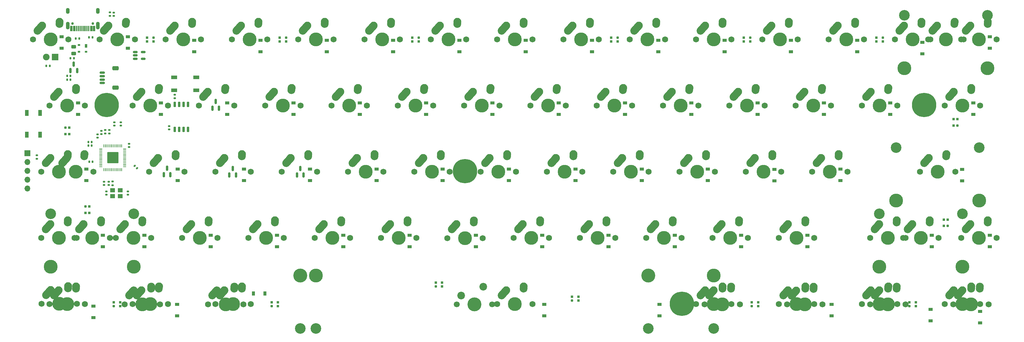
<source format=gbs>
%TF.GenerationSoftware,KiCad,Pcbnew,7.0.9-7.0.9~ubuntu22.04.1*%
%TF.CreationDate,2023-11-09T12:16:25-08:00*%
%TF.ProjectId,SST60,53535436-302e-46b6-9963-61645f706362,0.1*%
%TF.SameCoordinates,Original*%
%TF.FileFunction,Soldermask,Bot*%
%TF.FilePolarity,Negative*%
%FSLAX46Y46*%
G04 Gerber Fmt 4.6, Leading zero omitted, Abs format (unit mm)*
G04 Created by KiCad (PCBNEW 7.0.9-7.0.9~ubuntu22.04.1) date 2023-11-09 12:16:25*
%MOMM*%
%LPD*%
G01*
G04 APERTURE LIST*
G04 Aperture macros list*
%AMRoundRect*
0 Rectangle with rounded corners*
0 $1 Rounding radius*
0 $2 $3 $4 $5 $6 $7 $8 $9 X,Y pos of 4 corners*
0 Add a 4 corners polygon primitive as box body*
4,1,4,$2,$3,$4,$5,$6,$7,$8,$9,$2,$3,0*
0 Add four circle primitives for the rounded corners*
1,1,$1+$1,$2,$3*
1,1,$1+$1,$4,$5*
1,1,$1+$1,$6,$7*
1,1,$1+$1,$8,$9*
0 Add four rect primitives between the rounded corners*
20,1,$1+$1,$2,$3,$4,$5,0*
20,1,$1+$1,$4,$5,$6,$7,0*
20,1,$1+$1,$6,$7,$8,$9,0*
20,1,$1+$1,$8,$9,$2,$3,0*%
%AMHorizOval*
0 Thick line with rounded ends*
0 $1 width*
0 $2 $3 position (X,Y) of the first rounded end (center of the circle)*
0 $4 $5 position (X,Y) of the second rounded end (center of the circle)*
0 Add line between two ends*
20,1,$1,$2,$3,$4,$5,0*
0 Add two circle primitives to create the rounded ends*
1,1,$1,$2,$3*
1,1,$1,$4,$5*%
G04 Aperture macros list end*
%ADD10C,1.750000*%
%ADD11C,3.987800*%
%ADD12HorizOval,2.250000X0.655008X0.729993X-0.655008X-0.729993X0*%
%ADD13C,2.250000*%
%ADD14HorizOval,2.250000X0.020004X0.290000X-0.020004X-0.290000X0*%
%ADD15HorizOval,2.250000X0.655001X0.730000X-0.655001X-0.730000X0*%
%ADD16HorizOval,2.250000X0.020000X0.290000X-0.020000X-0.290000X0*%
%ADD17C,4.000000*%
%ADD18C,3.050000*%
%ADD19C,1.700000*%
%ADD20C,2.200000*%
%ADD21C,1.000000*%
%ADD22C,7.001300*%
%ADD23C,7.000240*%
%ADD24C,3.048000*%
%ADD25C,1.905000*%
%ADD26R,1.905000X1.905000*%
%ADD27R,0.700000X1.000000*%
%ADD28R,0.700000X0.600000*%
%ADD29R,1.000000X1.700000*%
%ADD30R,1.200000X0.900000*%
%ADD31RoundRect,0.140000X-0.170000X0.140000X-0.170000X-0.140000X0.170000X-0.140000X0.170000X0.140000X0*%
%ADD32RoundRect,0.175000X0.175000X0.175000X-0.175000X0.175000X-0.175000X-0.175000X0.175000X-0.175000X0*%
%ADD33R,0.700000X0.700000*%
%ADD34R,0.900000X1.200000*%
%ADD35RoundRect,0.175000X-0.175000X-0.175000X0.175000X-0.175000X0.175000X0.175000X-0.175000X0.175000X0*%
%ADD36RoundRect,0.140000X0.170000X-0.140000X0.170000X0.140000X-0.170000X0.140000X-0.170000X-0.140000X0*%
%ADD37RoundRect,0.140000X0.140000X0.170000X-0.140000X0.170000X-0.140000X-0.170000X0.140000X-0.170000X0*%
%ADD38RoundRect,0.150000X0.150000X-0.587500X0.150000X0.587500X-0.150000X0.587500X-0.150000X-0.587500X0*%
%ADD39RoundRect,0.175000X-0.175000X0.175000X-0.175000X-0.175000X0.175000X-0.175000X0.175000X0.175000X0*%
%ADD40RoundRect,0.135000X0.185000X-0.135000X0.185000X0.135000X-0.185000X0.135000X-0.185000X-0.135000X0*%
%ADD41RoundRect,0.135000X0.135000X0.185000X-0.135000X0.185000X-0.135000X-0.185000X0.135000X-0.185000X0*%
%ADD42C,0.750000*%
%ADD43RoundRect,0.050000X-0.300000X-0.725000X0.300000X-0.725000X0.300000X0.725000X-0.300000X0.725000X0*%
%ADD44RoundRect,0.050000X-0.150000X-0.725000X0.150000X-0.725000X0.150000X0.725000X-0.150000X0.725000X0*%
%ADD45O,1.100000X1.700000*%
%ADD46O,1.100000X2.200000*%
%ADD47RoundRect,0.050000X0.387500X0.050000X-0.387500X0.050000X-0.387500X-0.050000X0.387500X-0.050000X0*%
%ADD48RoundRect,0.050000X0.050000X0.387500X-0.050000X0.387500X-0.050000X-0.387500X0.050000X-0.387500X0*%
%ADD49RoundRect,0.144000X1.456000X1.456000X-1.456000X1.456000X-1.456000X-1.456000X1.456000X-1.456000X0*%
%ADD50R,1.700000X1.700000*%
%ADD51O,1.700000X1.700000*%
%ADD52RoundRect,0.135000X-0.185000X0.135000X-0.185000X-0.135000X0.185000X-0.135000X0.185000X0.135000X0*%
%ADD53R,1.700000X1.000000*%
%ADD54RoundRect,0.150000X-0.625000X0.150000X-0.625000X-0.150000X0.625000X-0.150000X0.625000X0.150000X0*%
%ADD55RoundRect,0.250000X-0.650000X0.350000X-0.650000X-0.350000X0.650000X-0.350000X0.650000X0.350000X0*%
%ADD56RoundRect,0.135000X-0.135000X-0.185000X0.135000X-0.185000X0.135000X0.185000X-0.135000X0.185000X0*%
%ADD57RoundRect,0.175000X0.175000X-0.175000X0.175000X0.175000X-0.175000X0.175000X-0.175000X-0.175000X0*%
%ADD58R,1.400000X1.200000*%
%ADD59RoundRect,0.150000X-0.512500X-0.150000X0.512500X-0.150000X0.512500X0.150000X-0.512500X0.150000X0*%
%ADD60RoundRect,0.150000X-0.150000X0.650000X-0.150000X-0.650000X0.150000X-0.650000X0.150000X0.650000X0*%
%ADD61RoundRect,0.243750X-0.456250X0.243750X-0.456250X-0.243750X0.456250X-0.243750X0.456250X0.243750X0*%
%ADD62RoundRect,0.140000X-0.219203X-0.021213X-0.021213X-0.219203X0.219203X0.021213X0.021213X0.219203X0*%
G04 APERTURE END LIST*
D10*
%TO.C,1.25U*%
X300620000Y-125430000D03*
D11*
X305700000Y-125430000D03*
D10*
X310780000Y-125430000D03*
D12*
X302545008Y-122160007D03*
D13*
X303200000Y-121430000D03*
D14*
X308220004Y-120640000D03*
D13*
X308240000Y-120350000D03*
%TD*%
D10*
%TO.C,1.25U*%
X276720000Y-125430000D03*
D11*
X281800000Y-125430000D03*
D10*
X286880000Y-125430000D03*
D12*
X278645008Y-122160007D03*
D13*
X279300000Y-121430000D03*
D14*
X284320004Y-120640000D03*
D13*
X284340000Y-120350000D03*
%TD*%
D10*
%TO.C,1.25U*%
X252880000Y-125490000D03*
D11*
X257960000Y-125490000D03*
D10*
X263040000Y-125490000D03*
D12*
X254805008Y-122220007D03*
D13*
X255460000Y-121490000D03*
D14*
X260480004Y-120700000D03*
D13*
X260500000Y-120410000D03*
%TD*%
D10*
%TO.C,1.25U*%
X229160000Y-125430000D03*
D11*
X234240000Y-125430000D03*
D10*
X239320000Y-125430000D03*
D12*
X231085008Y-122160007D03*
D13*
X231740000Y-121430000D03*
D14*
X236760004Y-120640000D03*
D13*
X236780000Y-120350000D03*
%TD*%
D10*
%TO.C,Small Split*%
X226695000Y-125412500D03*
D11*
X231775000Y-125412500D03*
D10*
X236855000Y-125412500D03*
D15*
X228620001Y-122142500D03*
D13*
X229275000Y-121412500D03*
D16*
X234295000Y-120622500D03*
D13*
X234315000Y-120332500D03*
%TD*%
D10*
%TO.C,N*%
X174307500Y-106362500D03*
D11*
X179387500Y-106362500D03*
D10*
X184467500Y-106362500D03*
D15*
X176232501Y-103092500D03*
D13*
X176887500Y-102362500D03*
D16*
X181907500Y-101572500D03*
D13*
X181927500Y-101282500D03*
%TD*%
D17*
%TO.C,REF\u002A\u002A*%
X112990000Y-117190000D03*
D18*
X212990000Y-132430000D03*
D19*
X157910000Y-125430000D03*
D17*
X212990000Y-117190000D03*
D18*
X112990000Y-132430000D03*
D17*
X162990000Y-125430000D03*
D19*
X168070000Y-125430000D03*
D20*
X165530000Y-120350000D03*
X159180000Y-122890000D03*
%TD*%
D10*
%TO.C,1.25U*%
X86430000Y-125450000D03*
D11*
X91510000Y-125450000D03*
D10*
X96590000Y-125450000D03*
D12*
X88355008Y-122180007D03*
D13*
X89010000Y-121450000D03*
D14*
X94030004Y-120660000D03*
D13*
X94050000Y-120370000D03*
%TD*%
D10*
%TO.C,1.25U*%
X62510000Y-125450000D03*
D11*
X67590000Y-125450000D03*
D10*
X72670000Y-125450000D03*
D12*
X64435008Y-122180007D03*
D13*
X65090000Y-121450000D03*
D14*
X70110004Y-120660000D03*
D13*
X70130000Y-120370000D03*
%TD*%
D10*
%TO.C,1.25U*%
X38670000Y-125330000D03*
D11*
X43750000Y-125330000D03*
D10*
X48830000Y-125330000D03*
D12*
X40595008Y-122060007D03*
D13*
X41250000Y-121330000D03*
D14*
X46270004Y-120540000D03*
D13*
X46290000Y-120250000D03*
%TD*%
D10*
%TO.C,2*%
X155240000Y-106380000D03*
D11*
X160320000Y-106380000D03*
D10*
X165400000Y-106380000D03*
D15*
X157165001Y-103110000D03*
D13*
X157820000Y-102380000D03*
D16*
X162840000Y-101590000D03*
D13*
X162860000Y-101300000D03*
%TD*%
D10*
%TO.C,2*%
X55270000Y-49190000D03*
D11*
X60350000Y-49190000D03*
D10*
X65430000Y-49190000D03*
D15*
X57195001Y-45920000D03*
D13*
X57850000Y-45190000D03*
D16*
X62870000Y-44400000D03*
D13*
X62890000Y-44110000D03*
%TD*%
D10*
%TO.C,1.50u*%
X40957500Y-125412500D03*
D11*
X46037500Y-125412500D03*
D10*
X51117500Y-125412500D03*
D15*
X42882501Y-122142500D03*
D13*
X43537500Y-121412500D03*
D16*
X48557500Y-120622500D03*
D13*
X48577500Y-120332500D03*
%TD*%
D10*
%TO.C,T*%
X140970000Y-68262500D03*
D11*
X146050000Y-68262500D03*
D10*
X151130000Y-68262500D03*
D15*
X142895001Y-64992500D03*
D13*
X143550000Y-64262500D03*
D16*
X148570000Y-63472500D03*
D13*
X148590000Y-63182500D03*
%TD*%
D10*
%TO.C,Tab*%
X40957500Y-68262500D03*
D11*
X46037500Y-68262500D03*
D10*
X51117500Y-68262500D03*
D15*
X42882501Y-64992500D03*
D13*
X43537500Y-64262500D03*
D16*
X48557500Y-63472500D03*
D13*
X48577500Y-63182500D03*
%TD*%
D10*
%TO.C,[*%
X255270000Y-68262500D03*
D11*
X260350000Y-68262500D03*
D10*
X265430000Y-68262500D03*
D15*
X257195001Y-64992500D03*
D13*
X257850000Y-64262500D03*
D16*
X262870000Y-63472500D03*
D13*
X262890000Y-63182500D03*
%TD*%
D10*
%TO.C,1.50u*%
X250507500Y-125412500D03*
D11*
X255587500Y-125412500D03*
D10*
X260667500Y-125412500D03*
D15*
X252432501Y-122142500D03*
D13*
X253087500Y-121412500D03*
D16*
X258107500Y-120622500D03*
D13*
X258127500Y-120332500D03*
%TD*%
D10*
%TO.C,R*%
X121920000Y-68262500D03*
D11*
X127000000Y-68262500D03*
D10*
X132080000Y-68262500D03*
D15*
X123845001Y-64992500D03*
D13*
X124500000Y-64262500D03*
D16*
X129520000Y-63472500D03*
D13*
X129540000Y-63182500D03*
%TD*%
D10*
%TO.C,<*%
X212407500Y-106362500D03*
D11*
X217487500Y-106362500D03*
D10*
X222567500Y-106362500D03*
D15*
X214332501Y-103092500D03*
D13*
X214987500Y-102362500D03*
D16*
X220007500Y-101572500D03*
D13*
X220027500Y-101282500D03*
%TD*%
D10*
%TO.C,Stepped*%
X38576250Y-87312500D03*
D11*
X43656250Y-87312500D03*
D10*
X48736250Y-87312500D03*
D15*
X40501251Y-84042500D03*
D13*
X41156250Y-83312500D03*
D16*
X46176250Y-82522500D03*
D13*
X46196250Y-82232500D03*
%TD*%
D10*
%TO.C,S*%
X88582500Y-87312500D03*
X98742500Y-87312500D03*
D15*
X90507501Y-84042500D03*
D13*
X91162500Y-83312500D03*
D16*
X96182500Y-82522500D03*
D13*
X96202500Y-82232500D03*
%TD*%
D10*
%TO.C,H*%
X164782500Y-87312500D03*
D11*
X169862500Y-87312500D03*
D10*
X174942500Y-87312500D03*
D15*
X166707501Y-84042500D03*
D13*
X167362500Y-83312500D03*
D16*
X172382500Y-82522500D03*
D13*
X172402500Y-82232500D03*
%TD*%
D10*
%TO.C,D*%
X107632500Y-87312500D03*
X117792500Y-87312500D03*
D15*
X109557501Y-84042500D03*
D13*
X110212500Y-83312500D03*
D16*
X115232500Y-82522500D03*
D13*
X115252500Y-82232500D03*
%TD*%
D10*
%TO.C,J*%
X183832500Y-87312500D03*
D11*
X188912500Y-87312500D03*
D10*
X193992500Y-87312500D03*
D15*
X185757501Y-84042500D03*
D13*
X186412500Y-83312500D03*
D16*
X191432500Y-82522500D03*
D13*
X191452500Y-82232500D03*
%TD*%
D10*
%TO.C,Z*%
X79057500Y-106362500D03*
D11*
X84137500Y-106362500D03*
D10*
X89217500Y-106362500D03*
D15*
X80982501Y-103092500D03*
D13*
X81637500Y-102362500D03*
D16*
X86657500Y-101572500D03*
D13*
X86677500Y-101282500D03*
%TD*%
D10*
%TO.C,Split*%
X302895000Y-106362500D03*
D11*
X307975000Y-106362500D03*
D10*
X313055000Y-106362500D03*
D15*
X304820001Y-103092500D03*
D13*
X305475000Y-102362500D03*
D16*
X310495000Y-101572500D03*
D13*
X310515000Y-101282500D03*
%TD*%
D10*
%TO.C,W*%
X83820000Y-68262500D03*
X93980000Y-68262500D03*
D15*
X85745001Y-64992500D03*
D13*
X86400000Y-64262500D03*
D16*
X91420000Y-63472500D03*
D13*
X91440000Y-63182500D03*
%TD*%
D10*
%TO.C,-*%
X245745000Y-49212500D03*
D11*
X250825000Y-49212500D03*
D10*
X255905000Y-49212500D03*
D15*
X247670001Y-45942500D03*
D13*
X248325000Y-45212500D03*
D16*
X253345000Y-44422500D03*
D13*
X253365000Y-44132500D03*
%TD*%
D10*
%TO.C,Split*%
X276701250Y-106362500D03*
D11*
X281781250Y-106362500D03*
D10*
X286861250Y-106362500D03*
D15*
X278626251Y-103092500D03*
D13*
X279281250Y-102362500D03*
D16*
X284301250Y-101572500D03*
D13*
X284321250Y-101282500D03*
%TD*%
D10*
%TO.C,V*%
X136207500Y-106362500D03*
D11*
X141287500Y-106362500D03*
D10*
X146367500Y-106362500D03*
D15*
X138132501Y-103092500D03*
D13*
X138787500Y-102362500D03*
D16*
X143807500Y-101572500D03*
D13*
X143827500Y-101282500D03*
%TD*%
%TO.C,X*%
X105727500Y-101282500D03*
D16*
X105707500Y-101572500D03*
D13*
X100687500Y-102362500D03*
D15*
X100032501Y-103092500D03*
D10*
X108267500Y-106362500D03*
D11*
X103187500Y-106362500D03*
D10*
X98107500Y-106362500D03*
%TD*%
%TO.C,1u*%
X274320000Y-125412500D03*
D11*
X279400000Y-125412500D03*
D10*
X284480000Y-125412500D03*
D15*
X276245001Y-122142500D03*
D13*
X276900000Y-121412500D03*
D16*
X281920000Y-120622500D03*
D13*
X281940000Y-120332500D03*
%TD*%
D10*
%TO.C,5*%
X131445000Y-49212500D03*
D11*
X136525000Y-49212500D03*
D10*
X141605000Y-49212500D03*
D15*
X133370001Y-45942500D03*
D13*
X134025000Y-45212500D03*
D16*
X139045000Y-44422500D03*
D13*
X139065000Y-44132500D03*
%TD*%
D21*
%TO.C,H1*%
X55036250Y-68031250D03*
X55709904Y-66404904D03*
X55709904Y-69657596D03*
X57336250Y-65731250D03*
D22*
X57336250Y-68031250D03*
D21*
X57336250Y-70331250D03*
X58962596Y-66404904D03*
X58962596Y-69657596D03*
X59636250Y-68031250D03*
X292186250Y-65731250D03*
X292186250Y-70331250D03*
D23*
X160336250Y-87131250D03*
X222636250Y-125331250D03*
D21*
X293635250Y-70413250D03*
X290714250Y-70413250D03*
D23*
X292186250Y-68031250D03*
D21*
X290841250Y-65714250D03*
X293635250Y-65714250D03*
%TD*%
D10*
%TO.C,G*%
X145732500Y-87312500D03*
D11*
X150812500Y-87312500D03*
D10*
X155892500Y-87312500D03*
D15*
X147657501Y-84042500D03*
D13*
X148312500Y-83312500D03*
D16*
X153332500Y-82522500D03*
D13*
X153352500Y-82232500D03*
%TD*%
D10*
%TO.C,:*%
X240982500Y-87312500D03*
D11*
X246062500Y-87312500D03*
D10*
X251142500Y-87312500D03*
D15*
X242907501Y-84042500D03*
D13*
X243562500Y-83312500D03*
D16*
X248582500Y-82522500D03*
D13*
X248602500Y-82232500D03*
%TD*%
D10*
%TO.C,8*%
X188595000Y-49212500D03*
D11*
X193675000Y-49212500D03*
D10*
X198755000Y-49212500D03*
D15*
X190520001Y-45942500D03*
D13*
X191175000Y-45212500D03*
D16*
X196195000Y-44422500D03*
D13*
X196215000Y-44132500D03*
%TD*%
D10*
%TO.C,P*%
X236220000Y-68262500D03*
D11*
X241300000Y-68262500D03*
D10*
X246380000Y-68262500D03*
D15*
X238145001Y-64992500D03*
D13*
X238800000Y-64262500D03*
D16*
X243820000Y-63472500D03*
D13*
X243840000Y-63182500D03*
%TD*%
D10*
%TO.C,Q*%
X64770000Y-68262500D03*
D11*
X69850000Y-68262500D03*
D10*
X74930000Y-68262500D03*
D15*
X66695001Y-64992500D03*
D13*
X67350000Y-64262500D03*
D16*
X72370000Y-63472500D03*
D13*
X72390000Y-63182500D03*
%TD*%
D10*
%TO.C,Y*%
X160020000Y-68262500D03*
D11*
X165100000Y-68262500D03*
D10*
X170180000Y-68262500D03*
D15*
X161945001Y-64992500D03*
D13*
X162600000Y-64262500D03*
D16*
X167620000Y-63472500D03*
D13*
X167640000Y-63182500D03*
%TD*%
D10*
%TO.C,]*%
X274320000Y-68262500D03*
D11*
X279400000Y-68262500D03*
D10*
X284480000Y-68262500D03*
D15*
X276245001Y-64992500D03*
D13*
X276900000Y-64262500D03*
D16*
X281920000Y-63472500D03*
D13*
X281940000Y-63182500D03*
%TD*%
D10*
%TO.C,1u/7u/10u*%
X169545000Y-125412500D03*
D11*
X174625000Y-125412500D03*
D10*
X179705000Y-125412500D03*
D15*
X171470001Y-122142500D03*
D13*
X172125000Y-121412500D03*
D16*
X177145000Y-120622500D03*
D13*
X177165000Y-120332500D03*
%TD*%
D10*
%TO.C,9*%
X207645000Y-49212500D03*
D11*
X212725000Y-49212500D03*
D10*
X217805000Y-49212500D03*
D15*
X209570001Y-45942500D03*
D13*
X210225000Y-45212500D03*
D16*
X215245000Y-44422500D03*
D13*
X215265000Y-44132500D03*
%TD*%
D10*
%TO.C,ISO*%
X60007500Y-106362500D03*
D11*
X65087500Y-106362500D03*
D10*
X70167500Y-106362500D03*
D15*
X61932501Y-103092500D03*
D13*
X62587500Y-102362500D03*
D16*
X67607500Y-101572500D03*
D13*
X67627500Y-101282500D03*
%TD*%
D10*
%TO.C,>*%
X231457500Y-106362500D03*
D11*
X236537500Y-106362500D03*
D10*
X241617500Y-106362500D03*
D15*
X233382501Y-103092500D03*
D13*
X234037500Y-102362500D03*
D16*
X239057500Y-101572500D03*
D13*
X239077500Y-101282500D03*
%TD*%
D24*
%TO.C,Full*%
X279368250Y-99377500D03*
D11*
X279368250Y-114617500D03*
D10*
X286226250Y-106362500D03*
D11*
X291306250Y-106362500D03*
D10*
X296386250Y-106362500D03*
D24*
X303244250Y-99377500D03*
D11*
X303244250Y-114617500D03*
D15*
X288151251Y-103092500D03*
D13*
X288806250Y-102362500D03*
D16*
X293826250Y-101572500D03*
D13*
X293846250Y-101282500D03*
%TD*%
D10*
%TO.C,C*%
X117157500Y-106362500D03*
D11*
X122237500Y-106362500D03*
D10*
X127317500Y-106362500D03*
D15*
X119082501Y-103092500D03*
D13*
X119737500Y-102362500D03*
D16*
X124757500Y-101572500D03*
D13*
X124777500Y-101282500D03*
%TD*%
D10*
%TO.C,E*%
X102870000Y-68262500D03*
D11*
X107950000Y-68262500D03*
D10*
X113030000Y-68262500D03*
D15*
X104795001Y-64992500D03*
D13*
X105450000Y-64262500D03*
D16*
X110470000Y-63472500D03*
D13*
X110490000Y-63182500D03*
%TD*%
D24*
%TO.C,ANSI*%
X284130750Y-80327500D03*
D11*
X284130750Y-95567500D03*
D10*
X290988750Y-87312500D03*
D11*
X296068750Y-87312500D03*
D10*
X301148750Y-87312500D03*
D24*
X308006750Y-80327500D03*
D11*
X308006750Y-95567500D03*
D15*
X292913751Y-84042500D03*
D13*
X293568750Y-83312500D03*
D16*
X298588750Y-82522500D03*
D13*
X298608750Y-82232500D03*
%TD*%
D10*
%TO.C,A*%
X69532500Y-87312500D03*
X79692500Y-87312500D03*
D15*
X71457501Y-84042500D03*
D13*
X72112500Y-83312500D03*
D16*
X77132500Y-82522500D03*
D13*
X77152500Y-82232500D03*
%TD*%
D10*
%TO.C,Split*%
X302895000Y-49212500D03*
D11*
X307975000Y-49212500D03*
D10*
X313055000Y-49212500D03*
D15*
X304820001Y-45942500D03*
D13*
X305475000Y-45212500D03*
D16*
X310495000Y-44422500D03*
D13*
X310515000Y-44132500D03*
%TD*%
D10*
%TO.C,0*%
X226695000Y-49212500D03*
D11*
X231775000Y-49212500D03*
D10*
X236855000Y-49212500D03*
D15*
X228620001Y-45942500D03*
D13*
X229275000Y-45212500D03*
D16*
X234295000Y-44422500D03*
D13*
X234315000Y-44132500D03*
%TD*%
D10*
%TO.C,L*%
X221932500Y-87312500D03*
D11*
X227012500Y-87312500D03*
D10*
X232092500Y-87312500D03*
D15*
X223857501Y-84042500D03*
D13*
X224512500Y-83312500D03*
D16*
X229532500Y-82522500D03*
D13*
X229552500Y-82232500D03*
%TD*%
D10*
%TO.C,I*%
X198120000Y-68262500D03*
D11*
X203200000Y-68262500D03*
D10*
X208280000Y-68262500D03*
D15*
X200045001Y-64992500D03*
D13*
X200700000Y-64262500D03*
D16*
X205720000Y-63472500D03*
D13*
X205740000Y-63182500D03*
%TD*%
D10*
%TO.C,M*%
X193357500Y-106362500D03*
D11*
X198437500Y-106362500D03*
D10*
X203517500Y-106362500D03*
D15*
X195282501Y-103092500D03*
D13*
X195937500Y-102362500D03*
D16*
X200957500Y-101572500D03*
D13*
X200977500Y-101282500D03*
%TD*%
D24*
%TO.C,Full*%
X286512000Y-42227500D03*
D11*
X286512000Y-57467500D03*
D10*
X293370000Y-49212500D03*
D11*
X298450000Y-49212500D03*
D10*
X303530000Y-49212500D03*
D24*
X310388000Y-42227500D03*
D11*
X310388000Y-57467500D03*
D15*
X295295001Y-45942500D03*
D13*
X295950000Y-45212500D03*
D16*
X300970000Y-44422500D03*
D13*
X300990000Y-44132500D03*
%TD*%
D10*
%TO.C,?*%
X250507500Y-106362500D03*
D11*
X255587500Y-106362500D03*
D10*
X260667500Y-106362500D03*
D15*
X252432501Y-103092500D03*
D13*
X253087500Y-102362500D03*
D16*
X258107500Y-101572500D03*
D13*
X258127500Y-101282500D03*
%TD*%
D10*
%TO.C,F*%
X126682500Y-87312500D03*
D11*
X131762500Y-87312500D03*
D10*
X136842500Y-87312500D03*
D15*
X128607501Y-84042500D03*
D13*
X129262500Y-83312500D03*
D16*
X134282500Y-82522500D03*
D13*
X134302500Y-82232500D03*
%TD*%
D10*
%TO.C,1u*%
X64770000Y-125412500D03*
D11*
X69850000Y-125412500D03*
D10*
X74930000Y-125412500D03*
D15*
X66695001Y-122142500D03*
D13*
X67350000Y-121412500D03*
D16*
X72370000Y-120622500D03*
D13*
X72390000Y-120332500D03*
%TD*%
D10*
%TO.C,3*%
X93345000Y-49212500D03*
D11*
X98425000Y-49212500D03*
D10*
X103505000Y-49212500D03*
D15*
X95270001Y-45942500D03*
D13*
X95925000Y-45212500D03*
D16*
X100945000Y-44422500D03*
D13*
X100965000Y-44132500D03*
%TD*%
D10*
%TO.C,6*%
X150495000Y-49212500D03*
D11*
X155575000Y-49212500D03*
D10*
X160655000Y-49212500D03*
D15*
X152420001Y-45942500D03*
D13*
X153075000Y-45212500D03*
D16*
X158095000Y-44422500D03*
D13*
X158115000Y-44132500D03*
%TD*%
D10*
%TO.C,"*%
X260032500Y-87312500D03*
D11*
X265112500Y-87312500D03*
D10*
X270192500Y-87312500D03*
D15*
X261957501Y-84042500D03*
D13*
X262612500Y-83312500D03*
D16*
X267632500Y-82522500D03*
D13*
X267652500Y-82232500D03*
%TD*%
D10*
%TO.C,Esc*%
X36195000Y-49212500D03*
D11*
X41275000Y-49212500D03*
D10*
X46355000Y-49212500D03*
D15*
X38120001Y-45942500D03*
D13*
X38775000Y-45212500D03*
D16*
X43795000Y-44422500D03*
D13*
X43815000Y-44132500D03*
D25*
X40005000Y-54292500D03*
D26*
X42545000Y-54292500D03*
%TD*%
D10*
%TO.C,1.50u*%
X88582500Y-125412500D03*
D11*
X93662500Y-125412500D03*
D10*
X98742500Y-125412500D03*
D15*
X90507501Y-122142500D03*
D13*
X91162500Y-121412500D03*
D16*
X96182500Y-120622500D03*
D13*
X96202500Y-120332500D03*
%TD*%
D10*
%TO.C,=*%
X264795000Y-49212500D03*
D11*
X269875000Y-49212500D03*
D10*
X274955000Y-49212500D03*
D15*
X266720001Y-45942500D03*
D13*
X267375000Y-45212500D03*
D16*
X272395000Y-44422500D03*
D13*
X272415000Y-44132500D03*
%TD*%
D10*
%TO.C,Split*%
X283845000Y-49212500D03*
D11*
X288925000Y-49212500D03*
D10*
X294005000Y-49212500D03*
D15*
X285770001Y-45942500D03*
D13*
X286425000Y-45212500D03*
D16*
X291445000Y-44422500D03*
D13*
X291465000Y-44132500D03*
%TD*%
D10*
%TO.C,K*%
X202882500Y-87312500D03*
D11*
X207962500Y-87312500D03*
D10*
X213042500Y-87312500D03*
D15*
X204807501Y-84042500D03*
D13*
X205462500Y-83312500D03*
D16*
X210482500Y-82522500D03*
D13*
X210502500Y-82232500D03*
%TD*%
D10*
%TO.C,ISO*%
X38576250Y-106362500D03*
D11*
X43656250Y-106362500D03*
D10*
X48736250Y-106362500D03*
D15*
X40501251Y-103092500D03*
D13*
X41156250Y-102362500D03*
D16*
X46176250Y-101572500D03*
D13*
X46196250Y-101282500D03*
%TD*%
D10*
%TO.C,2*%
X74295000Y-49212500D03*
D11*
X79375000Y-49212500D03*
D10*
X84455000Y-49212500D03*
D15*
X76220001Y-45942500D03*
D13*
X76875000Y-45212500D03*
D16*
X81895000Y-44422500D03*
D13*
X81915000Y-44132500D03*
%TD*%
D10*
%TO.C,ANSI*%
X298132500Y-68262500D03*
D11*
X303212500Y-68262500D03*
D10*
X308292500Y-68262500D03*
D15*
X300057501Y-64992500D03*
D13*
X300712500Y-64262500D03*
D16*
X305732500Y-63472500D03*
D13*
X305752500Y-63182500D03*
%TD*%
D10*
%TO.C,Full*%
X43338750Y-87312500D03*
D11*
X48418750Y-87312500D03*
D10*
X53498750Y-87312500D03*
D12*
X45263758Y-84042507D03*
D13*
X45918750Y-83312500D03*
D14*
X50938754Y-82522500D03*
D13*
X50958750Y-82232500D03*
%TD*%
D10*
%TO.C,7*%
X169545000Y-49212500D03*
D11*
X174625000Y-49212500D03*
D10*
X179705000Y-49212500D03*
D15*
X171470001Y-45942500D03*
D13*
X172125000Y-45212500D03*
D16*
X177145000Y-44422500D03*
D13*
X177165000Y-44132500D03*
%TD*%
D10*
%TO.C,O*%
X217170000Y-68262500D03*
D11*
X222250000Y-68262500D03*
D10*
X227330000Y-68262500D03*
D15*
X219095001Y-64992500D03*
D13*
X219750000Y-64262500D03*
D16*
X224770000Y-63472500D03*
D13*
X224790000Y-63182500D03*
%TD*%
D10*
%TO.C,1.50u*%
X298132500Y-125412500D03*
D11*
X303212500Y-125412500D03*
D10*
X308292500Y-125412500D03*
D15*
X300057501Y-122142500D03*
D13*
X300712500Y-121412500D03*
D16*
X305732500Y-120622500D03*
D13*
X305752500Y-120332500D03*
%TD*%
D24*
%TO.C,ANSI*%
X41243250Y-99377500D03*
D11*
X41243250Y-114617500D03*
D10*
X48101250Y-106362500D03*
D11*
X53181250Y-106362500D03*
D10*
X58261250Y-106362500D03*
D24*
X65119250Y-99377500D03*
D11*
X65119250Y-114617500D03*
D15*
X50026251Y-103092500D03*
D13*
X50681250Y-102362500D03*
D16*
X55701250Y-101572500D03*
D13*
X55721250Y-101282500D03*
%TD*%
D11*
%TO.C,MX42*%
X117475000Y-117157500D03*
D24*
X117475000Y-132397500D03*
D10*
X169545000Y-125412500D03*
D11*
X174625000Y-125412500D03*
D10*
X179705000Y-125412500D03*
D11*
X231775000Y-117157500D03*
D24*
X231775000Y-132397500D03*
D15*
X171470001Y-122142500D03*
D13*
X172125000Y-121412500D03*
D16*
X177145000Y-120622500D03*
D13*
X177165000Y-120332500D03*
%TD*%
D10*
%TO.C,4*%
X112395000Y-49212500D03*
D11*
X117475000Y-49212500D03*
D10*
X122555000Y-49212500D03*
D15*
X114320001Y-45942500D03*
D13*
X114975000Y-45212500D03*
D16*
X119995000Y-44422500D03*
D13*
X120015000Y-44132500D03*
%TD*%
D10*
%TO.C,U*%
X179070000Y-68262500D03*
D11*
X184150000Y-68262500D03*
D10*
X189230000Y-68262500D03*
D15*
X180995001Y-64992500D03*
D13*
X181650000Y-64262500D03*
D16*
X186670000Y-63472500D03*
D13*
X186690000Y-63182500D03*
%TD*%
D27*
%TO.C,U4*%
X51425000Y-51025000D03*
D28*
X51425000Y-52725000D03*
X49425000Y-52725000D03*
X49425000Y-50825000D03*
%TD*%
D29*
%TO.C,SW2*%
X34430000Y-70350000D03*
X34430000Y-76650000D03*
X38230000Y-70350000D03*
X38230000Y-76650000D03*
%TD*%
D30*
%TO.C,D19*%
X106275000Y-108900000D03*
X106275000Y-105600000D03*
%TD*%
D31*
%TO.C,C_3V-Decoup8*%
X57900000Y-90170000D03*
X57900000Y-91130000D03*
%TD*%
D30*
%TO.C,D46*%
X220575000Y-108900000D03*
X220575000Y-105600000D03*
%TD*%
D32*
%TO.C,D74*%
X104735000Y-125975000D03*
D33*
X104735000Y-124875000D03*
X106565000Y-124875000D03*
X106565000Y-125975000D03*
%TD*%
D34*
%TO.C,D15*%
X102810000Y-122330000D03*
X99510000Y-122330000D03*
%TD*%
D35*
%TO.C,D71*%
X70765000Y-48675000D03*
D33*
X70765000Y-49775000D03*
X68935000Y-49775000D03*
X68935000Y-48675000D03*
%TD*%
D30*
%TO.C,D63*%
X291725000Y-53300000D03*
X291725000Y-50000000D03*
%TD*%
%TO.C,D35*%
X187250000Y-70800000D03*
X187250000Y-67500000D03*
%TD*%
D36*
%TO.C,C_1V-Decoup2*%
X61430000Y-73990000D03*
X61430000Y-73030000D03*
%TD*%
D30*
%TO.C,D26*%
X149150000Y-70800000D03*
X149150000Y-67500000D03*
%TD*%
D37*
%TO.C,C_LDO2*%
X46930000Y-59650000D03*
X45970000Y-59650000D03*
%TD*%
D30*
%TO.C,D54*%
X263450000Y-70800000D03*
X263450000Y-67500000D03*
%TD*%
D36*
%TO.C,C_3V-Decoup2*%
X54700000Y-77455000D03*
X54700000Y-76495000D03*
%TD*%
D30*
%TO.C,D34*%
X177725000Y-52700000D03*
X177725000Y-49400000D03*
%TD*%
%TO.C,D50*%
X249175000Y-89875000D03*
X249175000Y-86575000D03*
%TD*%
D36*
%TO.C,C_Flash1*%
X75300000Y-75105000D03*
X75300000Y-74145000D03*
%TD*%
D38*
%TO.C,A*%
X75640000Y-88097500D03*
X74690000Y-86222500D03*
X73740000Y-88097500D03*
%TD*%
D39*
%TO.C,D84*%
X299000000Y-102890000D03*
D33*
X297900000Y-102890000D03*
X297900000Y-101060000D03*
X299000000Y-101060000D03*
%TD*%
D36*
%TO.C,C_3V-Decoup6*%
X63750000Y-80155000D03*
X63750000Y-79195000D03*
%TD*%
D30*
%TO.C,D48*%
X234875000Y-52700000D03*
X234875000Y-49400000D03*
%TD*%
%TO.C,D22*%
X134875000Y-89850000D03*
X134875000Y-86550000D03*
%TD*%
D36*
%TO.C,C_Crystal2*%
X57300000Y-93905000D03*
X57300000Y-92945000D03*
%TD*%
D30*
%TO.C,D40*%
X206300000Y-70800000D03*
X206300000Y-67500000D03*
%TD*%
D40*
%TO.C,R_Crystal1*%
X59075000Y-91135000D03*
X59075000Y-90115000D03*
%TD*%
D30*
%TO.C,D14*%
X96775000Y-89850000D03*
X96775000Y-86550000D03*
%TD*%
D41*
%TO.C,R_LED1*%
X41040000Y-56770000D03*
X40020000Y-56770000D03*
%TD*%
D38*
%TO.C,W*%
X88690000Y-67082500D03*
X87740000Y-68957500D03*
X89640000Y-68957500D03*
%TD*%
D32*
%TO.C,D78*%
X191060000Y-124370000D03*
D33*
X191060000Y-123270000D03*
X192890000Y-123270000D03*
X192890000Y-124370000D03*
%TD*%
D30*
%TO.C,D10*%
X77560000Y-128780000D03*
X77560000Y-125480000D03*
%TD*%
D35*
%TO.C,D77*%
X204115000Y-48650000D03*
D33*
X204115000Y-49750000D03*
X202285000Y-49750000D03*
X202285000Y-48650000D03*
%TD*%
D30*
%TO.C,D61*%
X294400000Y-108900000D03*
X294400000Y-105600000D03*
%TD*%
D42*
%TO.C,USB1*%
X47560000Y-44637500D03*
X53340000Y-44637500D03*
D43*
X47225000Y-46082500D03*
X48000000Y-46082500D03*
D44*
X48700000Y-46082500D03*
X49200000Y-46082500D03*
X49700000Y-46082500D03*
X50200000Y-46082500D03*
X50700000Y-46082500D03*
X51200000Y-46082500D03*
X51700000Y-46082500D03*
X52200000Y-46082500D03*
D43*
X52900000Y-46082500D03*
X53675000Y-46082500D03*
D45*
X46130000Y-40987500D03*
D46*
X46130000Y-45167500D03*
D45*
X54770000Y-40987500D03*
D46*
X54770000Y-45167500D03*
%TD*%
D30*
%TO.C,D9*%
X68200000Y-108900000D03*
X68200000Y-105600000D03*
%TD*%
%TO.C,D37*%
X182500000Y-108900000D03*
X182500000Y-105600000D03*
%TD*%
D36*
%TO.C,C_1V-Decoup1*%
X55850000Y-76455000D03*
X55850000Y-75495000D03*
%TD*%
D47*
%TO.C,U1*%
X62537500Y-80650000D03*
X62537500Y-81050000D03*
X62537500Y-81450000D03*
X62537500Y-81850000D03*
X62537500Y-82250000D03*
X62537500Y-82650000D03*
X62537500Y-83050000D03*
X62537500Y-83450000D03*
X62537500Y-83850000D03*
X62537500Y-84250000D03*
X62537500Y-84650000D03*
X62537500Y-85050000D03*
X62537500Y-85450000D03*
X62537500Y-85850000D03*
D48*
X61700000Y-86687500D03*
X61300000Y-86687500D03*
X60900000Y-86687500D03*
X60500000Y-86687500D03*
X60100000Y-86687500D03*
X59700000Y-86687500D03*
X59300000Y-86687500D03*
X58900000Y-86687500D03*
X58500000Y-86687500D03*
X58100000Y-86687500D03*
X57700000Y-86687500D03*
X57300000Y-86687500D03*
X56900000Y-86687500D03*
X56500000Y-86687500D03*
D47*
X55662500Y-85850000D03*
X55662500Y-85450000D03*
X55662500Y-85050000D03*
X55662500Y-84650000D03*
X55662500Y-84250000D03*
X55662500Y-83850000D03*
X55662500Y-83450000D03*
X55662500Y-83050000D03*
X55662500Y-82650000D03*
X55662500Y-82250000D03*
X55662500Y-81850000D03*
X55662500Y-81450000D03*
X55662500Y-81050000D03*
X55662500Y-80650000D03*
D48*
X56500000Y-79812500D03*
X56900000Y-79812500D03*
X57300000Y-79812500D03*
X57700000Y-79812500D03*
X58100000Y-79812500D03*
X58500000Y-79812500D03*
X58900000Y-79812500D03*
X59300000Y-79812500D03*
X59700000Y-79812500D03*
X60100000Y-79812500D03*
X60500000Y-79812500D03*
X60900000Y-79812500D03*
X61300000Y-79812500D03*
X61700000Y-79812500D03*
D49*
X59100000Y-83250000D03*
%TD*%
D30*
%TO.C,D39*%
X196775000Y-52700000D03*
X196775000Y-49400000D03*
%TD*%
%TO.C,D2*%
X49125000Y-70800000D03*
X49125000Y-67500000D03*
%TD*%
%TO.C,D6*%
X63425000Y-51750000D03*
X63425000Y-48450000D03*
%TD*%
D37*
%TO.C,C_3V-Decoup7*%
X53030000Y-78700000D03*
X52070000Y-78700000D03*
%TD*%
D32*
%TO.C,D72*%
X59410000Y-125975000D03*
D33*
X59410000Y-124875000D03*
X61240000Y-124875000D03*
X61240000Y-125975000D03*
%TD*%
D35*
%TO.C,D75*%
X146965000Y-48675000D03*
D33*
X146965000Y-49775000D03*
X145135000Y-49775000D03*
X145135000Y-48675000D03*
%TD*%
D37*
%TO.C,C_LDO1*%
X47930000Y-54625000D03*
X46970000Y-54625000D03*
%TD*%
D50*
%TO.C,J2*%
X34550000Y-81925000D03*
D51*
X34550000Y-84465000D03*
X34550000Y-87005000D03*
X34550000Y-89545000D03*
X34550000Y-92085000D03*
%TD*%
D30*
%TO.C,D1*%
X44375000Y-51750000D03*
X44375000Y-48450000D03*
%TD*%
%TO.C,D67*%
X311075000Y-108900000D03*
X311075000Y-105600000D03*
%TD*%
%TO.C,D13*%
X92000000Y-70800000D03*
X92000000Y-67500000D03*
%TD*%
D52*
%TO.C,R_DATA2*%
X56925000Y-75240000D03*
X56925000Y-76260000D03*
%TD*%
D41*
%TO.C,R_USB1*%
X49460000Y-48900000D03*
X48440000Y-48900000D03*
%TD*%
D37*
%TO.C,C_3V-Decoup4*%
X53310000Y-84440000D03*
X52350000Y-84440000D03*
%TD*%
D30*
%TO.C,D21*%
X130100000Y-70800000D03*
X130100000Y-67500000D03*
%TD*%
%TO.C,D52*%
X216210000Y-125450000D03*
X216210000Y-128750000D03*
%TD*%
D52*
%TO.C,R_DATA1*%
X58075000Y-75240000D03*
X58075000Y-76260000D03*
%TD*%
D33*
%TO.C,D76*%
X153705000Y-120330000D03*
X153705000Y-119230000D03*
X151875000Y-119230000D03*
D32*
X151875000Y-120330000D03*
%TD*%
D35*
%TO.C,D79*%
X242215000Y-48675000D03*
D33*
X242215000Y-49775000D03*
X240385000Y-49775000D03*
X240385000Y-48675000D03*
%TD*%
D30*
%TO.C,D4*%
X56275000Y-108900000D03*
X56275000Y-105600000D03*
%TD*%
D38*
%TO.C,S*%
X93540000Y-86312500D03*
X94490000Y-88187500D03*
X92590000Y-88187500D03*
%TD*%
D30*
%TO.C,D3*%
X51525000Y-89850000D03*
X51525000Y-86550000D03*
%TD*%
%TO.C,D36*%
X192025000Y-89850000D03*
X192025000Y-86550000D03*
%TD*%
%TO.C,D12*%
X82475000Y-52700000D03*
X82475000Y-49400000D03*
%TD*%
%TO.C,D25*%
X139625000Y-52700000D03*
X139625000Y-49400000D03*
%TD*%
D53*
%TO.C,SW1*%
X83050000Y-60060000D03*
X76750000Y-60060000D03*
X83050000Y-63860000D03*
X76750000Y-63860000D03*
%TD*%
D30*
%TO.C,D30*%
X158675000Y-52700000D03*
X158675000Y-49400000D03*
%TD*%
%TO.C,D51*%
X239650000Y-108900000D03*
X239650000Y-105600000D03*
%TD*%
D54*
%TO.C,J1*%
X56050000Y-58750000D03*
X56050000Y-59750000D03*
X56050000Y-60750000D03*
X56050000Y-61750000D03*
D55*
X59925000Y-57450000D03*
X59925000Y-63050000D03*
%TD*%
D56*
%TO.C,R_USB2*%
X52265000Y-48600000D03*
X53285000Y-48600000D03*
%TD*%
D30*
%TO.C,D28*%
X144400000Y-108900000D03*
X144400000Y-105600000D03*
%TD*%
%TO.C,D38*%
X183110000Y-128790000D03*
X183110000Y-125490000D03*
%TD*%
D31*
%TO.C,C_Crystal1*%
X63400000Y-92945000D03*
X63400000Y-93905000D03*
%TD*%
D30*
%TO.C,D45*%
X230100000Y-89850000D03*
X230100000Y-86550000D03*
%TD*%
D37*
%TO.C,C_3V-Decoup5*%
X53030000Y-79750000D03*
X52070000Y-79750000D03*
%TD*%
D52*
%TO.C,R_Shield1*%
X58275000Y-41415000D03*
X58275000Y-42435000D03*
%TD*%
D30*
%TO.C,D32*%
X172950000Y-89850000D03*
X172950000Y-86550000D03*
%TD*%
%TO.C,D55*%
X268200000Y-89850000D03*
X268200000Y-86550000D03*
%TD*%
%TO.C,D49*%
X244400000Y-70800000D03*
X244400000Y-67500000D03*
%TD*%
D57*
%TO.C,D70*%
X51225000Y-97310000D03*
D33*
X52325000Y-97310000D03*
X52325000Y-99140000D03*
X51225000Y-99140000D03*
%TD*%
D30*
%TO.C,D5*%
X53530000Y-129280000D03*
X53530000Y-125980000D03*
%TD*%
D58*
%TO.C,Y1*%
X59075000Y-92575000D03*
X61275000Y-92575000D03*
X61275000Y-94275000D03*
X59075000Y-94275000D03*
%TD*%
D30*
%TO.C,D23*%
X125350000Y-108900000D03*
X125350000Y-105600000D03*
%TD*%
D59*
%TO.C,U5*%
X65542500Y-54740000D03*
X65542500Y-53790000D03*
X65542500Y-52840000D03*
X67817500Y-52840000D03*
X67817500Y-54740000D03*
%TD*%
D30*
%TO.C,D20*%
X120575000Y-52700000D03*
X120575000Y-49400000D03*
%TD*%
%TO.C,D42*%
X201550000Y-108900000D03*
X201550000Y-105600000D03*
%TD*%
%TO.C,D64*%
X303125000Y-89875000D03*
X303125000Y-86575000D03*
%TD*%
%TO.C,D65*%
X311075000Y-51750000D03*
X311075000Y-48450000D03*
%TD*%
%TO.C,D16*%
X101525000Y-52700000D03*
X101525000Y-49400000D03*
%TD*%
%TO.C,D56*%
X258700000Y-108900000D03*
X258700000Y-105600000D03*
%TD*%
%TO.C,D27*%
X153900000Y-89850000D03*
X153900000Y-86550000D03*
%TD*%
D38*
%TO.C,U3*%
X48850000Y-58162500D03*
X46950000Y-58162500D03*
X47900000Y-56287500D03*
%TD*%
D30*
%TO.C,D59*%
X282500000Y-70800000D03*
X282500000Y-67500000D03*
%TD*%
D32*
%TO.C,D82*%
X288010000Y-125975000D03*
D33*
X288010000Y-124875000D03*
X289840000Y-124875000D03*
X289840000Y-125975000D03*
%TD*%
D35*
%TO.C,D81*%
X280315000Y-48675000D03*
D33*
X280315000Y-49775000D03*
X278485000Y-49775000D03*
X278485000Y-48675000D03*
%TD*%
D30*
%TO.C,D58*%
X272975000Y-52700000D03*
X272975000Y-49400000D03*
%TD*%
D36*
%TO.C,C_3V-Decoup3*%
X59510000Y-74000000D03*
X59510000Y-73040000D03*
%TD*%
D30*
%TO.C,D57*%
X265590000Y-128770000D03*
X265590000Y-125470000D03*
%TD*%
D35*
%TO.C,D73*%
X108865000Y-48675000D03*
D33*
X108865000Y-49775000D03*
X107035000Y-49775000D03*
X107035000Y-48675000D03*
%TD*%
D30*
%TO.C,D43*%
X215825000Y-52700000D03*
X215825000Y-49400000D03*
%TD*%
%TO.C,D68*%
X308300000Y-130780000D03*
X308300000Y-127480000D03*
%TD*%
D31*
%TO.C,C_1V-Decoup3*%
X56550000Y-90170000D03*
X56550000Y-91130000D03*
%TD*%
D39*
%TO.C,D83*%
X301775000Y-73965000D03*
D33*
X300675000Y-73965000D03*
X300675000Y-72135000D03*
X301775000Y-72135000D03*
%TD*%
D30*
%TO.C,D66*%
X306325000Y-70800000D03*
X306325000Y-67500000D03*
%TD*%
%TO.C,D62*%
X294100000Y-130200000D03*
X294100000Y-126900000D03*
%TD*%
%TO.C,D18*%
X115800000Y-89850000D03*
X115800000Y-86550000D03*
%TD*%
D32*
%TO.C,D80*%
X242680000Y-125975000D03*
D33*
X242680000Y-124875000D03*
X244510000Y-124875000D03*
X244510000Y-125975000D03*
%TD*%
D36*
%TO.C,C_Shield1*%
X59400000Y-42405000D03*
X59400000Y-41445000D03*
%TD*%
D30*
%TO.C,D33*%
X163450000Y-108900000D03*
X163450000Y-105600000D03*
%TD*%
%TO.C,D8*%
X77725000Y-89850000D03*
X77725000Y-86550000D03*
%TD*%
D60*
%TO.C,U2*%
X76920000Y-67925000D03*
X78190000Y-67925000D03*
X79460000Y-67925000D03*
X80730000Y-67925000D03*
X80730000Y-75125000D03*
X79460000Y-75125000D03*
X78190000Y-75125000D03*
X76920000Y-75125000D03*
%TD*%
D30*
%TO.C,D44*%
X225350000Y-70800000D03*
X225350000Y-67500000D03*
%TD*%
D40*
%TO.C,R_RST1*%
X37300000Y-83585000D03*
X37300000Y-82565000D03*
%TD*%
D30*
%TO.C,D53*%
X253925000Y-52700000D03*
X253925000Y-49400000D03*
%TD*%
%TO.C,D7*%
X72950000Y-70800000D03*
X72950000Y-67500000D03*
%TD*%
D61*
%TO.C,F1*%
X47850000Y-51337500D03*
X47850000Y-53212500D03*
%TD*%
D62*
%TO.C,C_3V-Decoup9*%
X65410589Y-85560589D03*
X66089411Y-86239411D03*
%TD*%
D30*
%TO.C,D31*%
X168200000Y-70800000D03*
X168200000Y-67500000D03*
%TD*%
%TO.C,D11*%
X87225000Y-108900000D03*
X87225000Y-105600000D03*
%TD*%
D37*
%TO.C,C_3V-Decoup1*%
X46930000Y-60750000D03*
X45970000Y-60750000D03*
%TD*%
D30*
%TO.C,D41*%
X211075000Y-89850000D03*
X211075000Y-86550000D03*
%TD*%
D57*
%TO.C,D69*%
X45475000Y-74585000D03*
D33*
X46575000Y-74585000D03*
X46575000Y-76415000D03*
X45475000Y-76415000D03*
%TD*%
D38*
%TO.C,D*%
X113930000Y-88207500D03*
X112980000Y-86332500D03*
X112030000Y-88207500D03*
%TD*%
D52*
%TO.C,R_Flash1*%
X76900000Y-65090000D03*
X76900000Y-66110000D03*
%TD*%
D30*
%TO.C,D17*%
X111050000Y-70800000D03*
X111050000Y-67500000D03*
%TD*%
M02*

</source>
